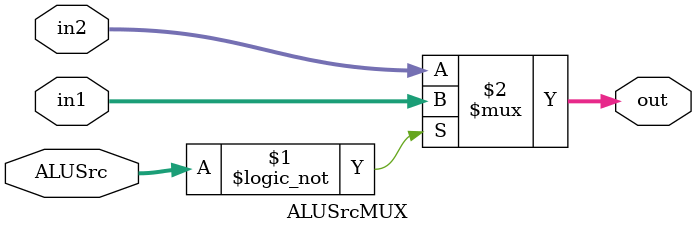
<source format=v>
`timescale 1ns / 1ps
module RegDstMUX(
    input [4:0] in1,
    input [4:0] in2,
    input [4:0] in3,
    input [7:0] RegDst,
    output [4:0] out
    );
    assign out = (RegDst == 0) ? in1 :
                 (RegDst == 1) ? in2 : in3;

endmodule


module RegSrcMUX(
    input [31:0] in1,
    input [31:0] in2,
    input [31:0] in3,
    input [31:0] in4,
    input [7:0] RegSrc,
    output [31:0] out
);
    assign out = (RegSrc == 0) ? in1 :
                 (RegSrc == 1) ? in2 :
                 (RegSrc == 2) ? in3 : in4;

endmodule

module ALUSrcMUX(
    input [31:0] in1,
    input [31:0] in2,

    input [7:0] ALUSrc,
    output [31:0] out
);

    assign out = (ALUSrc == 0) ? in1 : in2;

endmodule
</source>
